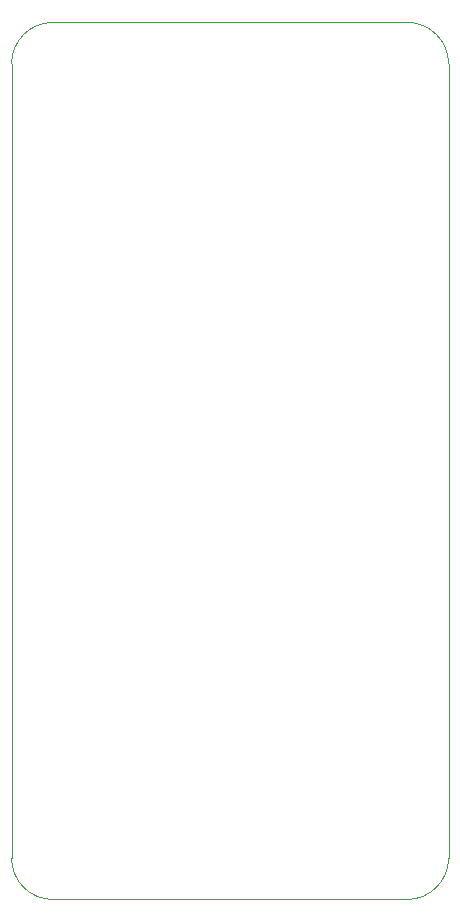
<source format=gbr>
%TF.GenerationSoftware,KiCad,Pcbnew,(5.99.0-7167-g34dbce6bce)*%
%TF.CreationDate,2021-01-04T09:35:53+03:00*%
%TF.ProjectId,ANV,414e562e-6b69-4636-9164-5f7063625858,rev?*%
%TF.SameCoordinates,Original*%
%TF.FileFunction,Profile,NP*%
%FSLAX46Y46*%
G04 Gerber Fmt 4.6, Leading zero omitted, Abs format (unit mm)*
G04 Created by KiCad (PCBNEW (5.99.0-7167-g34dbce6bce)) date 2021-01-04 09:35:53*
%MOMM*%
%LPD*%
G01*
G04 APERTURE LIST*
%TA.AperFunction,Profile*%
%ADD10C,0.100000*%
%TD*%
G04 APERTURE END LIST*
D10*
X19250000Y-15750000D02*
X49250000Y-15750000D01*
X15750000Y-86510000D02*
G75*
G03*
X19250000Y-90010000I3500000J0D01*
G01*
X52750000Y-19250000D02*
X52750000Y-86510000D01*
X19250000Y-15750000D02*
G75*
G03*
X15750000Y-19250000I0J-3500000D01*
G01*
X49250000Y-15750000D02*
G75*
G02*
X52750000Y-19250000I0J-3500000D01*
G01*
X52750000Y-86510000D02*
G75*
G02*
X49250000Y-90010000I-3500000J0D01*
G01*
X15750000Y-86510000D02*
X15750000Y-19250000D01*
X49250000Y-90010000D02*
X19250000Y-90010000D01*
M02*

</source>
